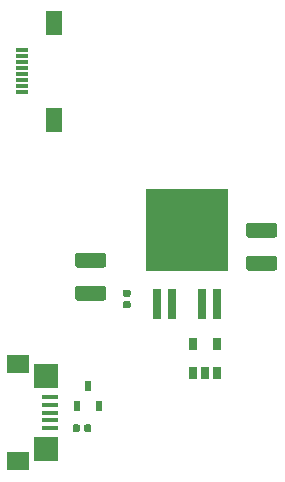
<source format=gbr>
G04 #@! TF.GenerationSoftware,KiCad,Pcbnew,(5.1.4)-1*
G04 #@! TF.CreationDate,2019-11-18T11:48:03+09:00*
G04 #@! TF.ProjectId,signaltowr_hikarikensyutu,7369676e-616c-4746-9f77-725f68696b61,rev?*
G04 #@! TF.SameCoordinates,Original*
G04 #@! TF.FileFunction,Paste,Top*
G04 #@! TF.FilePolarity,Positive*
%FSLAX46Y46*%
G04 Gerber Fmt 4.6, Leading zero omitted, Abs format (unit mm)*
G04 Created by KiCad (PCBNEW (5.1.4)-1) date 2019-11-18 11:48:03*
%MOMM*%
%LPD*%
G04 APERTURE LIST*
%ADD10R,7.000000X7.000000*%
%ADD11R,0.760000X2.500000*%
%ADD12R,0.600000X0.900000*%
%ADD13R,1.350000X0.400000*%
%ADD14R,1.900000X1.600000*%
%ADD15R,2.000000X2.100000*%
%ADD16R,0.800000X1.000000*%
%ADD17R,0.700000X1.000000*%
%ADD18C,0.100000*%
%ADD19C,0.590000*%
%ADD20R,1.050000X0.350000*%
%ADD21R,1.350000X2.000000*%
%ADD22C,1.250000*%
G04 APERTURE END LIST*
D10*
X107188000Y-77470000D03*
D11*
X105918000Y-83720000D03*
X104648000Y-83720000D03*
X109728000Y-83720000D03*
X108458000Y-83720000D03*
D12*
X98806000Y-90678000D03*
X99756000Y-92378000D03*
X97856000Y-92378000D03*
D13*
X95575000Y-92262000D03*
X95575000Y-92912000D03*
X95575000Y-93562000D03*
X95575000Y-91612000D03*
D14*
X92900000Y-97012000D03*
D15*
X95250000Y-96012000D03*
D14*
X92900000Y-88812000D03*
D13*
X95575000Y-94212000D03*
D15*
X95250000Y-89812000D03*
D16*
X107728000Y-87122000D03*
X109728000Y-87122000D03*
X109728000Y-89522000D03*
X107728000Y-89522000D03*
D17*
X108728000Y-89522000D03*
D18*
G36*
X102294958Y-83479710D02*
G01*
X102309276Y-83481834D01*
X102323317Y-83485351D01*
X102336946Y-83490228D01*
X102350031Y-83496417D01*
X102362447Y-83503858D01*
X102374073Y-83512481D01*
X102384798Y-83522202D01*
X102394519Y-83532927D01*
X102403142Y-83544553D01*
X102410583Y-83556969D01*
X102416772Y-83570054D01*
X102421649Y-83583683D01*
X102425166Y-83597724D01*
X102427290Y-83612042D01*
X102428000Y-83626500D01*
X102428000Y-83921500D01*
X102427290Y-83935958D01*
X102425166Y-83950276D01*
X102421649Y-83964317D01*
X102416772Y-83977946D01*
X102410583Y-83991031D01*
X102403142Y-84003447D01*
X102394519Y-84015073D01*
X102384798Y-84025798D01*
X102374073Y-84035519D01*
X102362447Y-84044142D01*
X102350031Y-84051583D01*
X102336946Y-84057772D01*
X102323317Y-84062649D01*
X102309276Y-84066166D01*
X102294958Y-84068290D01*
X102280500Y-84069000D01*
X101935500Y-84069000D01*
X101921042Y-84068290D01*
X101906724Y-84066166D01*
X101892683Y-84062649D01*
X101879054Y-84057772D01*
X101865969Y-84051583D01*
X101853553Y-84044142D01*
X101841927Y-84035519D01*
X101831202Y-84025798D01*
X101821481Y-84015073D01*
X101812858Y-84003447D01*
X101805417Y-83991031D01*
X101799228Y-83977946D01*
X101794351Y-83964317D01*
X101790834Y-83950276D01*
X101788710Y-83935958D01*
X101788000Y-83921500D01*
X101788000Y-83626500D01*
X101788710Y-83612042D01*
X101790834Y-83597724D01*
X101794351Y-83583683D01*
X101799228Y-83570054D01*
X101805417Y-83556969D01*
X101812858Y-83544553D01*
X101821481Y-83532927D01*
X101831202Y-83522202D01*
X101841927Y-83512481D01*
X101853553Y-83503858D01*
X101865969Y-83496417D01*
X101879054Y-83490228D01*
X101892683Y-83485351D01*
X101906724Y-83481834D01*
X101921042Y-83479710D01*
X101935500Y-83479000D01*
X102280500Y-83479000D01*
X102294958Y-83479710D01*
X102294958Y-83479710D01*
G37*
D19*
X102108000Y-83774000D03*
D18*
G36*
X102294958Y-82509710D02*
G01*
X102309276Y-82511834D01*
X102323317Y-82515351D01*
X102336946Y-82520228D01*
X102350031Y-82526417D01*
X102362447Y-82533858D01*
X102374073Y-82542481D01*
X102384798Y-82552202D01*
X102394519Y-82562927D01*
X102403142Y-82574553D01*
X102410583Y-82586969D01*
X102416772Y-82600054D01*
X102421649Y-82613683D01*
X102425166Y-82627724D01*
X102427290Y-82642042D01*
X102428000Y-82656500D01*
X102428000Y-82951500D01*
X102427290Y-82965958D01*
X102425166Y-82980276D01*
X102421649Y-82994317D01*
X102416772Y-83007946D01*
X102410583Y-83021031D01*
X102403142Y-83033447D01*
X102394519Y-83045073D01*
X102384798Y-83055798D01*
X102374073Y-83065519D01*
X102362447Y-83074142D01*
X102350031Y-83081583D01*
X102336946Y-83087772D01*
X102323317Y-83092649D01*
X102309276Y-83096166D01*
X102294958Y-83098290D01*
X102280500Y-83099000D01*
X101935500Y-83099000D01*
X101921042Y-83098290D01*
X101906724Y-83096166D01*
X101892683Y-83092649D01*
X101879054Y-83087772D01*
X101865969Y-83081583D01*
X101853553Y-83074142D01*
X101841927Y-83065519D01*
X101831202Y-83055798D01*
X101821481Y-83045073D01*
X101812858Y-83033447D01*
X101805417Y-83021031D01*
X101799228Y-83007946D01*
X101794351Y-82994317D01*
X101790834Y-82980276D01*
X101788710Y-82965958D01*
X101788000Y-82951500D01*
X101788000Y-82656500D01*
X101788710Y-82642042D01*
X101790834Y-82627724D01*
X101794351Y-82613683D01*
X101799228Y-82600054D01*
X101805417Y-82586969D01*
X101812858Y-82574553D01*
X101821481Y-82562927D01*
X101831202Y-82552202D01*
X101841927Y-82542481D01*
X101853553Y-82533858D01*
X101865969Y-82526417D01*
X101879054Y-82520228D01*
X101892683Y-82515351D01*
X101906724Y-82511834D01*
X101921042Y-82509710D01*
X101935500Y-82509000D01*
X102280500Y-82509000D01*
X102294958Y-82509710D01*
X102294958Y-82509710D01*
G37*
D19*
X102108000Y-82804000D03*
D18*
G36*
X98967958Y-93914710D02*
G01*
X98982276Y-93916834D01*
X98996317Y-93920351D01*
X99009946Y-93925228D01*
X99023031Y-93931417D01*
X99035447Y-93938858D01*
X99047073Y-93947481D01*
X99057798Y-93957202D01*
X99067519Y-93967927D01*
X99076142Y-93979553D01*
X99083583Y-93991969D01*
X99089772Y-94005054D01*
X99094649Y-94018683D01*
X99098166Y-94032724D01*
X99100290Y-94047042D01*
X99101000Y-94061500D01*
X99101000Y-94406500D01*
X99100290Y-94420958D01*
X99098166Y-94435276D01*
X99094649Y-94449317D01*
X99089772Y-94462946D01*
X99083583Y-94476031D01*
X99076142Y-94488447D01*
X99067519Y-94500073D01*
X99057798Y-94510798D01*
X99047073Y-94520519D01*
X99035447Y-94529142D01*
X99023031Y-94536583D01*
X99009946Y-94542772D01*
X98996317Y-94547649D01*
X98982276Y-94551166D01*
X98967958Y-94553290D01*
X98953500Y-94554000D01*
X98658500Y-94554000D01*
X98644042Y-94553290D01*
X98629724Y-94551166D01*
X98615683Y-94547649D01*
X98602054Y-94542772D01*
X98588969Y-94536583D01*
X98576553Y-94529142D01*
X98564927Y-94520519D01*
X98554202Y-94510798D01*
X98544481Y-94500073D01*
X98535858Y-94488447D01*
X98528417Y-94476031D01*
X98522228Y-94462946D01*
X98517351Y-94449317D01*
X98513834Y-94435276D01*
X98511710Y-94420958D01*
X98511000Y-94406500D01*
X98511000Y-94061500D01*
X98511710Y-94047042D01*
X98513834Y-94032724D01*
X98517351Y-94018683D01*
X98522228Y-94005054D01*
X98528417Y-93991969D01*
X98535858Y-93979553D01*
X98544481Y-93967927D01*
X98554202Y-93957202D01*
X98564927Y-93947481D01*
X98576553Y-93938858D01*
X98588969Y-93931417D01*
X98602054Y-93925228D01*
X98615683Y-93920351D01*
X98629724Y-93916834D01*
X98644042Y-93914710D01*
X98658500Y-93914000D01*
X98953500Y-93914000D01*
X98967958Y-93914710D01*
X98967958Y-93914710D01*
G37*
D19*
X98806000Y-94234000D03*
D18*
G36*
X97997958Y-93914710D02*
G01*
X98012276Y-93916834D01*
X98026317Y-93920351D01*
X98039946Y-93925228D01*
X98053031Y-93931417D01*
X98065447Y-93938858D01*
X98077073Y-93947481D01*
X98087798Y-93957202D01*
X98097519Y-93967927D01*
X98106142Y-93979553D01*
X98113583Y-93991969D01*
X98119772Y-94005054D01*
X98124649Y-94018683D01*
X98128166Y-94032724D01*
X98130290Y-94047042D01*
X98131000Y-94061500D01*
X98131000Y-94406500D01*
X98130290Y-94420958D01*
X98128166Y-94435276D01*
X98124649Y-94449317D01*
X98119772Y-94462946D01*
X98113583Y-94476031D01*
X98106142Y-94488447D01*
X98097519Y-94500073D01*
X98087798Y-94510798D01*
X98077073Y-94520519D01*
X98065447Y-94529142D01*
X98053031Y-94536583D01*
X98039946Y-94542772D01*
X98026317Y-94547649D01*
X98012276Y-94551166D01*
X97997958Y-94553290D01*
X97983500Y-94554000D01*
X97688500Y-94554000D01*
X97674042Y-94553290D01*
X97659724Y-94551166D01*
X97645683Y-94547649D01*
X97632054Y-94542772D01*
X97618969Y-94536583D01*
X97606553Y-94529142D01*
X97594927Y-94520519D01*
X97584202Y-94510798D01*
X97574481Y-94500073D01*
X97565858Y-94488447D01*
X97558417Y-94476031D01*
X97552228Y-94462946D01*
X97547351Y-94449317D01*
X97543834Y-94435276D01*
X97541710Y-94420958D01*
X97541000Y-94406500D01*
X97541000Y-94061500D01*
X97541710Y-94047042D01*
X97543834Y-94032724D01*
X97547351Y-94018683D01*
X97552228Y-94005054D01*
X97558417Y-93991969D01*
X97565858Y-93979553D01*
X97574481Y-93967927D01*
X97584202Y-93957202D01*
X97594927Y-93947481D01*
X97606553Y-93938858D01*
X97618969Y-93931417D01*
X97632054Y-93925228D01*
X97645683Y-93920351D01*
X97659724Y-93916834D01*
X97674042Y-93914710D01*
X97688500Y-93914000D01*
X97983500Y-93914000D01*
X97997958Y-93914710D01*
X97997958Y-93914710D01*
G37*
D19*
X97836000Y-94234000D03*
D20*
X93218000Y-65746000D03*
X93218000Y-65246000D03*
X93218000Y-64746000D03*
X93218000Y-64246000D03*
X93218000Y-62246000D03*
X93218000Y-62746000D03*
X93218000Y-63246000D03*
X93218000Y-63746000D03*
D21*
X95968000Y-59896000D03*
X95968000Y-68096000D03*
D18*
G36*
X114637504Y-76840204D02*
G01*
X114661773Y-76843804D01*
X114685571Y-76849765D01*
X114708671Y-76858030D01*
X114730849Y-76868520D01*
X114751893Y-76881133D01*
X114771598Y-76895747D01*
X114789777Y-76912223D01*
X114806253Y-76930402D01*
X114820867Y-76950107D01*
X114833480Y-76971151D01*
X114843970Y-76993329D01*
X114852235Y-77016429D01*
X114858196Y-77040227D01*
X114861796Y-77064496D01*
X114863000Y-77089000D01*
X114863000Y-77839000D01*
X114861796Y-77863504D01*
X114858196Y-77887773D01*
X114852235Y-77911571D01*
X114843970Y-77934671D01*
X114833480Y-77956849D01*
X114820867Y-77977893D01*
X114806253Y-77997598D01*
X114789777Y-78015777D01*
X114771598Y-78032253D01*
X114751893Y-78046867D01*
X114730849Y-78059480D01*
X114708671Y-78069970D01*
X114685571Y-78078235D01*
X114661773Y-78084196D01*
X114637504Y-78087796D01*
X114613000Y-78089000D01*
X112463000Y-78089000D01*
X112438496Y-78087796D01*
X112414227Y-78084196D01*
X112390429Y-78078235D01*
X112367329Y-78069970D01*
X112345151Y-78059480D01*
X112324107Y-78046867D01*
X112304402Y-78032253D01*
X112286223Y-78015777D01*
X112269747Y-77997598D01*
X112255133Y-77977893D01*
X112242520Y-77956849D01*
X112232030Y-77934671D01*
X112223765Y-77911571D01*
X112217804Y-77887773D01*
X112214204Y-77863504D01*
X112213000Y-77839000D01*
X112213000Y-77089000D01*
X112214204Y-77064496D01*
X112217804Y-77040227D01*
X112223765Y-77016429D01*
X112232030Y-76993329D01*
X112242520Y-76971151D01*
X112255133Y-76950107D01*
X112269747Y-76930402D01*
X112286223Y-76912223D01*
X112304402Y-76895747D01*
X112324107Y-76881133D01*
X112345151Y-76868520D01*
X112367329Y-76858030D01*
X112390429Y-76849765D01*
X112414227Y-76843804D01*
X112438496Y-76840204D01*
X112463000Y-76839000D01*
X114613000Y-76839000D01*
X114637504Y-76840204D01*
X114637504Y-76840204D01*
G37*
D22*
X113538000Y-77464000D03*
D18*
G36*
X114637504Y-79640204D02*
G01*
X114661773Y-79643804D01*
X114685571Y-79649765D01*
X114708671Y-79658030D01*
X114730849Y-79668520D01*
X114751893Y-79681133D01*
X114771598Y-79695747D01*
X114789777Y-79712223D01*
X114806253Y-79730402D01*
X114820867Y-79750107D01*
X114833480Y-79771151D01*
X114843970Y-79793329D01*
X114852235Y-79816429D01*
X114858196Y-79840227D01*
X114861796Y-79864496D01*
X114863000Y-79889000D01*
X114863000Y-80639000D01*
X114861796Y-80663504D01*
X114858196Y-80687773D01*
X114852235Y-80711571D01*
X114843970Y-80734671D01*
X114833480Y-80756849D01*
X114820867Y-80777893D01*
X114806253Y-80797598D01*
X114789777Y-80815777D01*
X114771598Y-80832253D01*
X114751893Y-80846867D01*
X114730849Y-80859480D01*
X114708671Y-80869970D01*
X114685571Y-80878235D01*
X114661773Y-80884196D01*
X114637504Y-80887796D01*
X114613000Y-80889000D01*
X112463000Y-80889000D01*
X112438496Y-80887796D01*
X112414227Y-80884196D01*
X112390429Y-80878235D01*
X112367329Y-80869970D01*
X112345151Y-80859480D01*
X112324107Y-80846867D01*
X112304402Y-80832253D01*
X112286223Y-80815777D01*
X112269747Y-80797598D01*
X112255133Y-80777893D01*
X112242520Y-80756849D01*
X112232030Y-80734671D01*
X112223765Y-80711571D01*
X112217804Y-80687773D01*
X112214204Y-80663504D01*
X112213000Y-80639000D01*
X112213000Y-79889000D01*
X112214204Y-79864496D01*
X112217804Y-79840227D01*
X112223765Y-79816429D01*
X112232030Y-79793329D01*
X112242520Y-79771151D01*
X112255133Y-79750107D01*
X112269747Y-79730402D01*
X112286223Y-79712223D01*
X112304402Y-79695747D01*
X112324107Y-79681133D01*
X112345151Y-79668520D01*
X112367329Y-79658030D01*
X112390429Y-79649765D01*
X112414227Y-79643804D01*
X112438496Y-79640204D01*
X112463000Y-79639000D01*
X114613000Y-79639000D01*
X114637504Y-79640204D01*
X114637504Y-79640204D01*
G37*
D22*
X113538000Y-80264000D03*
D18*
G36*
X100159504Y-79380204D02*
G01*
X100183773Y-79383804D01*
X100207571Y-79389765D01*
X100230671Y-79398030D01*
X100252849Y-79408520D01*
X100273893Y-79421133D01*
X100293598Y-79435747D01*
X100311777Y-79452223D01*
X100328253Y-79470402D01*
X100342867Y-79490107D01*
X100355480Y-79511151D01*
X100365970Y-79533329D01*
X100374235Y-79556429D01*
X100380196Y-79580227D01*
X100383796Y-79604496D01*
X100385000Y-79629000D01*
X100385000Y-80379000D01*
X100383796Y-80403504D01*
X100380196Y-80427773D01*
X100374235Y-80451571D01*
X100365970Y-80474671D01*
X100355480Y-80496849D01*
X100342867Y-80517893D01*
X100328253Y-80537598D01*
X100311777Y-80555777D01*
X100293598Y-80572253D01*
X100273893Y-80586867D01*
X100252849Y-80599480D01*
X100230671Y-80609970D01*
X100207571Y-80618235D01*
X100183773Y-80624196D01*
X100159504Y-80627796D01*
X100135000Y-80629000D01*
X97985000Y-80629000D01*
X97960496Y-80627796D01*
X97936227Y-80624196D01*
X97912429Y-80618235D01*
X97889329Y-80609970D01*
X97867151Y-80599480D01*
X97846107Y-80586867D01*
X97826402Y-80572253D01*
X97808223Y-80555777D01*
X97791747Y-80537598D01*
X97777133Y-80517893D01*
X97764520Y-80496849D01*
X97754030Y-80474671D01*
X97745765Y-80451571D01*
X97739804Y-80427773D01*
X97736204Y-80403504D01*
X97735000Y-80379000D01*
X97735000Y-79629000D01*
X97736204Y-79604496D01*
X97739804Y-79580227D01*
X97745765Y-79556429D01*
X97754030Y-79533329D01*
X97764520Y-79511151D01*
X97777133Y-79490107D01*
X97791747Y-79470402D01*
X97808223Y-79452223D01*
X97826402Y-79435747D01*
X97846107Y-79421133D01*
X97867151Y-79408520D01*
X97889329Y-79398030D01*
X97912429Y-79389765D01*
X97936227Y-79383804D01*
X97960496Y-79380204D01*
X97985000Y-79379000D01*
X100135000Y-79379000D01*
X100159504Y-79380204D01*
X100159504Y-79380204D01*
G37*
D22*
X99060000Y-80004000D03*
D18*
G36*
X100159504Y-82180204D02*
G01*
X100183773Y-82183804D01*
X100207571Y-82189765D01*
X100230671Y-82198030D01*
X100252849Y-82208520D01*
X100273893Y-82221133D01*
X100293598Y-82235747D01*
X100311777Y-82252223D01*
X100328253Y-82270402D01*
X100342867Y-82290107D01*
X100355480Y-82311151D01*
X100365970Y-82333329D01*
X100374235Y-82356429D01*
X100380196Y-82380227D01*
X100383796Y-82404496D01*
X100385000Y-82429000D01*
X100385000Y-83179000D01*
X100383796Y-83203504D01*
X100380196Y-83227773D01*
X100374235Y-83251571D01*
X100365970Y-83274671D01*
X100355480Y-83296849D01*
X100342867Y-83317893D01*
X100328253Y-83337598D01*
X100311777Y-83355777D01*
X100293598Y-83372253D01*
X100273893Y-83386867D01*
X100252849Y-83399480D01*
X100230671Y-83409970D01*
X100207571Y-83418235D01*
X100183773Y-83424196D01*
X100159504Y-83427796D01*
X100135000Y-83429000D01*
X97985000Y-83429000D01*
X97960496Y-83427796D01*
X97936227Y-83424196D01*
X97912429Y-83418235D01*
X97889329Y-83409970D01*
X97867151Y-83399480D01*
X97846107Y-83386867D01*
X97826402Y-83372253D01*
X97808223Y-83355777D01*
X97791747Y-83337598D01*
X97777133Y-83317893D01*
X97764520Y-83296849D01*
X97754030Y-83274671D01*
X97745765Y-83251571D01*
X97739804Y-83227773D01*
X97736204Y-83203504D01*
X97735000Y-83179000D01*
X97735000Y-82429000D01*
X97736204Y-82404496D01*
X97739804Y-82380227D01*
X97745765Y-82356429D01*
X97754030Y-82333329D01*
X97764520Y-82311151D01*
X97777133Y-82290107D01*
X97791747Y-82270402D01*
X97808223Y-82252223D01*
X97826402Y-82235747D01*
X97846107Y-82221133D01*
X97867151Y-82208520D01*
X97889329Y-82198030D01*
X97912429Y-82189765D01*
X97936227Y-82183804D01*
X97960496Y-82180204D01*
X97985000Y-82179000D01*
X100135000Y-82179000D01*
X100159504Y-82180204D01*
X100159504Y-82180204D01*
G37*
D22*
X99060000Y-82804000D03*
M02*

</source>
